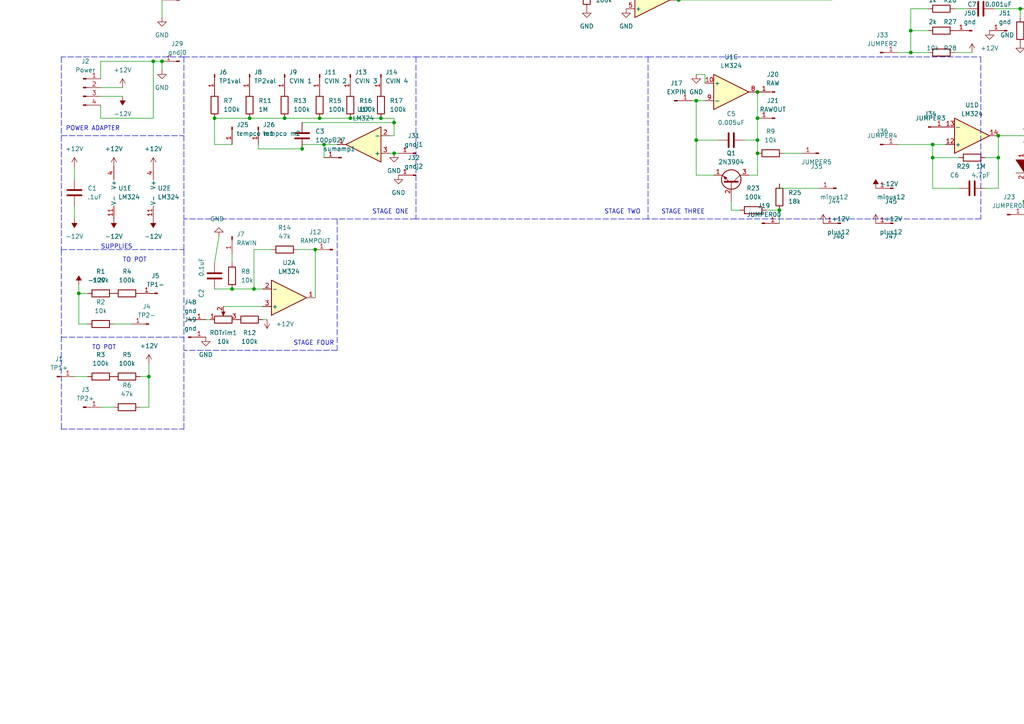
<source format=kicad_sch>
(kicad_sch (version 20211123) (generator eeschema)
  (paper "A4")
  (lib_symbols
    (symbol "Amplifier_Operational:LM324" (pin_names (offset 0.127))
      (property "Reference" "U" (at 0 5.08 0))
      (property "Value" "LM324" (at 0 -5.08 0))
      (symbol "LM324_1_1"
        (pin output line (at 7.62 0 180) (length 2.54) (name "~") (number "1"))
        (pin input line (at -7.62 -2.54 0) (length 2.54) (name "-") (number "2"))
        (pin input line (at -7.62 2.54 0) (length 2.54) (name "+") (number "3"))
      )
      (symbol "LM324_2_1"
        (pin input line (at -7.62 2.54 0) (length 2.54) (name "+") (number "5"))
        (pin input line (at -7.62 -2.54 0) (length 2.54) (name "-") (number "6"))
        (pin output line (at 7.62 0 180) (length 2.54) (name "~") (number "7"))
      )
      (symbol "LM324_3_1"
        (pin input line (at -7.62 2.54 0) (length 2.54) (name "+") (number "10"))
        (pin output line (at 7.62 0 180) (length 2.54) (name "~") (number "8"))
        (pin input line (at -7.62 -2.54 0) (length 2.54) (name "-") (number "9"))
      )
      (symbol "LM324_4_1"
        (pin input line (at -7.62 2.54 0) (length 2.54) (name "+") (number "12"))
        (pin input line (at -7.62 -2.54 0) (length 2.54) (name "-") (number "13"))
        (pin output line (at 7.62 0 180) (length 2.54) (name "~") (number "14"))
      )
      (symbol "LM324_5_1"
        (pin power_in line (at -2.54 -7.62 90) (length 3.81) (name "V-") (number "11"))
        (pin power_in line (at -2.54 7.62 270) (length 3.81) (name "V+") (number "4"))
      )
    )
    (symbol "Connector:Conn_01x01_Male" (pin_names (offset 1.016) hide)
      (property "Reference" "J" (at 0 2.54 0))
      (property "Value" "Conn_01x01_Male" (at 0 -2.54 0))
      (symbol "Conn_01x01_Male_1_1"
        (pin passive line (at 5.08 0 180) (length 3.81) (name "Pin_1") (number "1"))
      )
    )
    (symbol "Connector:Conn_01x04_Male" (pin_names (offset 1.016) hide)
      (property "Reference" "J" (at 0 5.08 0))
      (property "Value" "Conn_01x04_Male" (at 0 -7.62 0))
      (symbol "Conn_01x04_Male_1_1"
        (pin passive line (at 5.08 2.54 180) (length 3.81) (name "Pin_1") (number "1"))
        (pin passive line (at 5.08 0 180) (length 3.81) (name "Pin_2") (number "2"))
        (pin passive line (at 5.08 -2.54 180) (length 3.81) (name "Pin_3") (number "3"))
        (pin passive line (at 5.08 -5.08 180) (length 3.81) (name "Pin_4") (number "4"))
      )
    )
    (symbol "Device:C" (pin_numbers hide) (pin_names (offset 0.254))
      (property "Reference" "C" (at 0.635 2.54 0))
      (property "Value" "C" (at 0.635 -2.54 0))
      (symbol "C_1_1"
        (pin passive line (at 0 3.81 270) (length 2.794) (name "~") (number "1"))
        (pin passive line (at 0 -3.81 90) (length 2.794) (name "~") (number "2"))
      )
    )
    (symbol "Device:R" (pin_numbers hide) (pin_names (offset 0))
      (property "Reference" "R" (at 2.032 0 90))
      (property "Value" "R" (at 0 0 90))
      (symbol "R_1_1"
        (pin passive line (at 0 3.81 270) (length 1.27) (name "~") (number "1"))
        (pin passive line (at 0 -3.81 90) (length 1.27) (name "~") (number "2"))
      )
    )
    (symbol "Device:R_Potentiometer" (pin_names (offset 1.016) hide)
      (property "Reference" "RV" (at -4.445 0 90))
      (property "Value" "R_Potentiometer" (at -2.54 0 90))
      (symbol "R_Potentiometer_1_1"
        (pin passive line (at 0 3.81 270) (length 1.27) (name "1") (number "1"))
        (pin passive line (at 3.81 0 180) (length 1.27) (name "2") (number "2"))
        (pin passive line (at 0 -3.81 90) (length 1.27) (name "3") (number "3"))
      )
    )
    (symbol "Transistor_BJT:2N3904" (pin_names (offset 0) hide)
      (property "Reference" "Q" (at 5.08 1.905 0))
      (property "Value" "2N3904" (at 5.08 0 0))
      (symbol "2N3904_1_1"
        (pin passive line (at 2.54 -5.08 90) (length 2.54) (name "E") (number "1"))
        (pin passive line (at -5.08 0 0) (length 5.715) (name "B") (number "2"))
        (pin passive line (at 2.54 5.08 270) (length 2.54) (name "C") (number "3"))
      )
    )
    (symbol "power:+12V" (power) (pin_names (offset 0))
      (property "Value" "+12V" (at 0 3.556 0))
      (symbol "+12V_1_1"
        (pin power_in line (at 0 0 90) (length 0) hide (name "+12V") (number "1"))
      )
    )
    (symbol "power:-12V" (power) (pin_names (offset 0))
      (property "Value" "-12V" (at 0 3.81 0))
      (symbol "-12V_0_0"
        (pin power_in line (at 0 0 90) (length 0) hide (name "-12V") (number "1"))
      )
    )
    (symbol "power:GND" (power) (pin_names (offset 0))
      (property "Value" "GND" (at 0 -3.81 0))
      (symbol "GND_1_1"
        (pin power_in line (at 0 0 270) (length 0) hide (name "GND") (number "1"))
      )
    )
    (symbol "pspice:DIODE" (pin_names (offset 1.016) hide)
      (property "Reference" "D" (at 0 3.81 0))
      (property "Value" "DIODE" (at 0 -4.445 0))
      (symbol "DIODE_1_1"
        (pin input line (at -5.08 0 0) (length 3.81) (name "K") (number "1"))
        (pin input line (at 5.08 0 180) (length 3.81) (name "A") (number "2"))
      )
    )
  )
  (junction (at 289.56 45.72))
  (junction (at 114.3 35.56))
  (junction (at 184.15 -91.44))
  (junction (at 270.51 41.91))
  (junction (at 196.85 -7.62))
  (junction (at 46.99 17.78))
  (junction (at 184.15 -80.01))
  (junction (at 219.71 44.45))
  (junction (at 170.18 -5.08))
  (junction (at 219.71 26.67))
  (junction (at 297.18 58.42))
  (junction (at 92.71 34.29))
  (junction (at 110.49 34.29))
  (junction (at 44.45 17.78))
  (junction (at 67.31 83.82))
  (junction (at 73.66 83.82))
  (junction (at 114.3 44.45))
  (junction (at 43.18 109.22))
  (junction (at 270.51 45.72))
  (junction (at 62.23 34.29))
  (junction (at 219.71 40.64))
  (junction (at 204.47 -96.52))
  (junction (at 22.86 85.09))
  (junction (at 181.61 -5.08))
  (junction (at 93.98 41.91))
  (junction (at 181.61 -12.7))
  (junction (at 289.56 39.37))
  (junction (at 82.55 34.29))
  (junction (at 220.98 -74.93))
  (junction (at 101.6 34.29))
  (junction (at 219.71 34.29))
  (junction (at 226.06 60.96))
  (junction (at 295.91 2.54))
  (junction (at 172.72 -78.74))
  (junction (at 172.72 -88.9))
  (junction (at 264.16 15.24))
  (junction (at 72.39 34.29))
  (junction (at 201.93 29.21))
  (junction (at 199.39 -54.61))
  (junction (at 190.5 -96.52))
  (junction (at 264.16 8.89))
  (junction (at 176.53 -22.86))
  (junction (at 201.93 40.64))
  (junction (at 87.63 43.18))
  (junction (at 176.53 -25.4))
  (junction (at 91.44 72.39))
  (junction (at 196.85 0))
  (wire (pts (xy 22.86 85.09) (xy 25.4 85.09)))
  (wire (pts (xy 289.56 45.72) (xy 285.75 45.72)))
  (wire (pts (xy 260.35 15.24) (xy 264.16 15.24)))
  (wire (pts (xy 264.16 8.89) (xy 269.24 8.89)))
  (wire (pts (xy 44.45 17.78) (xy 46.99 17.78)))
  (wire (pts (xy 82.55 -39.37) (xy 91.44 -39.37)))
  (wire (pts (xy 297.18 53.34) (xy 297.18 58.42)))
  (wire (pts (xy 184.15 -91.44) (xy 208.28 -91.44)))
  (wire (pts (xy 60.96 92.71) (xy 59.69 92.71)))
  (wire (pts (xy 22.86 82.55) (xy 22.86 85.09)))
  (polyline (pts (xy 284.48 16.51) (xy 284.48 63.5)))
  (wire (pts (xy 260.35 41.91) (xy 270.51 41.91)))
  (wire (pts (xy 209.55 -64.77) (xy 215.9 -64.77)))
  (wire (pts (xy 270.51 54.61) (xy 270.51 45.72)))
  (wire (pts (xy 72.39 34.29) (xy 82.55 34.29)))
  (polyline (pts (xy 97.79 101.6) (xy 53.34 101.6)))
  (wire (pts (xy 93.98 41.91) (xy 93.98 45.72)))
  (wire (pts (xy 33.02 93.98) (xy 38.1 93.98)))
  (wire (pts (xy 220.98 -80.01) (xy 220.98 -74.93)))
  (wire (pts (xy 203.2 -19.05) (xy 203.2 -12.7)))
  (polyline (pts (xy 17.78 72.39) (xy 17.78 124.46)))
  (wire (pts (xy 270.51 41.91) (xy 274.32 41.91)))
  (wire (pts (xy 199.39 -54.61) (xy 184.15 -54.61)))
  (wire (pts (xy 101.6 34.29) (xy 110.49 34.29)))
  (wire (pts (xy 215.9 40.64) (xy 219.71 40.64)))
  (wire (pts (xy 43.18 109.22) (xy 43.18 118.11)))
  (wire (pts (xy 226.06 54.61) (xy 226.06 53.34)))
  (wire (pts (xy 93.98 41.91) (xy 97.79 41.91)))
  (wire (pts (xy 46.99 17.78) (xy 46.99 20.32)))
  (polyline (pts (xy 187.96 16.51) (xy 187.96 63.5)))
  (wire (pts (xy 317.5 57.15) (xy 317.5 58.42)))
  (wire (pts (xy 264.16 8.89) (xy 264.16 2.54)))
  (wire (pts (xy 289.56 39.37) (xy 297.18 39.37)))
  (wire (pts (xy 176.53 -22.86) (xy 209.55 -22.86)))
  (wire (pts (xy 201.93 29.21) (xy 201.93 40.64)))
  (polyline (pts (xy 53.34 124.46) (xy 53.34 72.39)))
  (wire (pts (xy 219.71 44.45) (xy 219.71 50.8)))
  (wire (pts (xy 241.3 0) (xy 241.3 -91.44)))
  (wire (pts (xy 29.21 17.78) (xy 44.45 17.78)))
  (wire (pts (xy 276.86 2.54) (xy 280.67 2.54)))
  (wire (pts (xy 63.5 68.58) (xy 62.23 76.2)))
  (wire (pts (xy 67.31 73.66) (xy 67.31 76.2)))
  (wire (pts (xy 224.79 -64.77) (xy 224.79 -58.42)))
  (wire (pts (xy 196.85 0) (xy 241.3 0)))
  (wire (pts (xy 276.86 15.24) (xy 281.94 15.24)))
  (polyline (pts (xy 17.78 124.46) (xy 53.34 124.46)))
  (wire (pts (xy 64.77 88.9) (xy 76.2 88.9)))
  (wire (pts (xy 184.15 -67.31) (xy 184.15 -80.01)))
  (wire (pts (xy 288.29 2.54) (xy 295.91 2.54)))
  (wire (pts (xy 209.55 -22.86) (xy 209.55 -64.77)))
  (wire (pts (xy 176.53 -77.47) (xy 201.93 -77.47)))
  (wire (pts (xy 78.74 72.39) (xy 73.66 72.39)))
  (wire (pts (xy 226.06 60.96) (xy 226.06 64.77)))
  (wire (pts (xy 295.91 2.54) (xy 295.91 5.08)))
  (wire (pts (xy 176.53 -22.86) (xy 176.53 -25.4)))
  (wire (pts (xy 46.99 5.08) (xy 46.99 0)))
  (wire (pts (xy 99.06 -39.37) (xy 104.14 -39.37)))
  (wire (pts (xy 219.71 40.64) (xy 219.71 44.45)))
  (wire (pts (xy 29.21 25.4) (xy 35.56 25.4)))
  (wire (pts (xy 29.21 22.86) (xy 29.21 17.78)))
  (polyline (pts (xy 17.78 72.39) (xy 53.34 72.39)))
  (wire (pts (xy 289.56 54.61) (xy 285.75 54.61)))
  (wire (pts (xy 207.01 -7.62) (xy 196.85 -7.62)))
  (wire (pts (xy 278.13 54.61) (xy 270.51 54.61)))
  (wire (pts (xy 264.16 2.54) (xy 269.24 2.54)))
  (wire (pts (xy 21.59 109.22) (xy 25.4 109.22)))
  (wire (pts (xy 87.63 41.91) (xy 93.98 41.91)))
  (wire (pts (xy 204.47 21.59) (xy 204.47 24.13)))
  (wire (pts (xy 264.16 15.24) (xy 269.24 15.24)))
  (wire (pts (xy 163.83 -88.9) (xy 172.72 -88.9)))
  (wire (pts (xy 297.18 58.42) (xy 302.26 58.42)))
  (wire (pts (xy 198.12 -96.52) (xy 204.47 -96.52)))
  (polyline (pts (xy 120.65 16.51) (xy 120.65 63.5)))
  (wire (pts (xy 115.57 44.45) (xy 114.3 44.45)))
  (wire (pts (xy 278.13 45.72) (xy 270.51 45.72)))
  (wire (pts (xy 69.85 -39.37) (xy 74.93 -39.37)))
  (wire (pts (xy 176.53 -13.97) (xy 176.53 -22.86)))
  (wire (pts (xy 29.21 118.11) (xy 33.02 118.11)))
  (wire (pts (xy 62.23 83.82) (xy 67.31 83.82)))
  (wire (pts (xy 241.3 -91.44) (xy 222.25 -91.44)))
  (wire (pts (xy 76.2 92.71) (xy 77.47 92.71)))
  (wire (pts (xy 114.3 44.45) (xy 113.03 44.45)))
  (wire (pts (xy 190.5 -92.71) (xy 190.5 -96.52)))
  (wire (pts (xy 62.23 34.29) (xy 62.23 41.91)))
  (wire (pts (xy 208.28 -91.44) (xy 208.28 -88.9)))
  (wire (pts (xy 184.15 -80.01) (xy 184.15 -91.44)))
  (polyline (pts (xy 53.34 72.39) (xy 53.34 63.5)))
  (wire (pts (xy 172.72 -78.74) (xy 208.28 -78.74)))
  (wire (pts (xy 222.25 -96.52) (xy 222.25 -91.44)))
  (wire (pts (xy 201.93 21.59) (xy 204.47 21.59)))
  (polyline (pts (xy 17.78 97.79) (xy 53.34 97.79)))
  (wire (pts (xy 177.8 -5.08) (xy 181.61 -5.08)))
  (wire (pts (xy 181.61 -13.97) (xy 181.61 -12.7)))
  (wire (pts (xy 172.72 -88.9) (xy 172.72 -78.74)))
  (wire (pts (xy 171.45 -25.4) (xy 176.53 -25.4)))
  (wire (pts (xy 317.5 58.42) (xy 309.88 58.42)))
  (wire (pts (xy 264.16 8.89) (xy 264.16 15.24)))
  (wire (pts (xy 215.9 -74.93) (xy 220.98 -74.93)))
  (polyline (pts (xy 53.34 16.51) (xy 120.65 16.51)))
  (wire (pts (xy 201.93 40.64) (xy 208.28 40.64)))
  (wire (pts (xy 215.9 -96.52) (xy 215.9 -88.9)))
  (wire (pts (xy 201.93 29.21) (xy 204.47 29.21)))
  (wire (pts (xy 40.64 109.22) (xy 43.18 109.22)))
  (wire (pts (xy 201.93 -77.47) (xy 201.93 -64.77)))
  (wire (pts (xy 184.15 -54.61) (xy 184.15 -52.07)))
  (wire (pts (xy 219.71 50.8) (xy 217.17 50.8)))
  (wire (pts (xy 29.21 34.29) (xy 29.21 30.48)))
  (wire (pts (xy 172.72 -78.74) (xy 172.72 -62.23)))
  (wire (pts (xy 74.93 43.18) (xy 74.93 41.91)))
  (wire (pts (xy 62.23 34.29) (xy 72.39 34.29)))
  (wire (pts (xy 114.3 35.56) (xy 114.3 39.37)))
  (wire (pts (xy 219.71 34.29) (xy 219.71 40.64)))
  (wire (pts (xy 172.72 -62.23) (xy 184.15 -62.23)))
  (wire (pts (xy 110.49 34.29) (xy 114.3 34.29)))
  (wire (pts (xy 92.71 34.29) (xy 101.6 34.29)))
  (wire (pts (xy 172.72 -96.52) (xy 172.72 -88.9)))
  (wire (pts (xy 289.56 39.37) (xy 289.56 45.72)))
  (wire (pts (xy 73.66 83.82) (xy 76.2 83.82)))
  (polyline (pts (xy 187.96 16.51) (xy 284.48 16.51)))
  (wire (pts (xy 226.06 60.96) (xy 222.25 60.96)))
  (wire (pts (xy 73.66 72.39) (xy 73.66 83.82)))
  (wire (pts (xy 219.71 26.67) (xy 219.71 34.29)))
  (polyline (pts (xy 17.78 16.51) (xy 17.78 39.37)))
  (polyline (pts (xy 97.79 63.5) (xy 97.79 101.6)))
  (wire (pts (xy 87.63 43.18) (xy 74.93 43.18)))
  (wire (pts (xy 237.49 54.61) (xy 226.06 54.61)))
  (wire (pts (xy 82.55 34.29) (xy 92.71 34.29)))
  (wire (pts (xy 180.34 -91.44) (xy 184.15 -91.44)))
  (wire (pts (xy 184.15 -57.15) (xy 179.07 -57.15)))
  (wire (pts (xy 91.44 72.39) (xy 91.44 86.36)))
  (wire (pts (xy 87.63 35.56) (xy 114.3 35.56)))
  (wire (pts (xy 22.86 85.09) (xy 22.86 93.98)))
  (polyline (pts (xy 284.48 63.5) (xy 187.96 63.5)))
  (wire (pts (xy 181.61 -12.7) (xy 181.61 -5.08)))
  (wire (pts (xy 297.18 58.42) (xy 297.18 62.23)))
  (wire (pts (xy 67.31 83.82) (xy 73.66 83.82)))
  (wire (pts (xy 203.2 -12.7) (xy 214.63 -12.7)))
  (wire (pts (xy 270.51 45.72) (xy 270.51 41.91)))
  (wire (pts (xy 184.15 -80.01) (xy 220.98 -80.01)))
  (wire (pts (xy 43.18 118.11) (xy 40.64 118.11)))
  (wire (pts (xy 62.23 41.91) (xy 67.31 41.91)))
  (wire (pts (xy 86.36 72.39) (xy 91.44 72.39)))
  (wire (pts (xy 22.86 93.98) (xy 25.4 93.98)))
  (wire (pts (xy 212.09 58.42) (xy 212.09 60.96)))
  (polyline (pts (xy 53.34 16.51) (xy 53.34 63.5)))
  (wire (pts (xy 44.45 34.29) (xy 29.21 34.29)))
  (wire (pts (xy 179.07 -19.05) (xy 203.2 -19.05)))
  (wire (pts (xy 289.56 45.72) (xy 289.56 54.61)))
  (wire (pts (xy 200.66 29.21) (xy 201.93 29.21)))
  (polyline (pts (xy 187.96 63.5) (xy 120.65 63.5)))
  (wire (pts (xy 176.53 -25.4) (xy 176.53 -77.47)))
  (wire (pts (xy 201.93 40.64) (xy 201.93 50.8)))
  (wire (pts (xy 43.18 105.41) (xy 43.18 109.22)))
  (polyline (pts (xy 120.65 16.51) (xy 187.96 16.51)))
  (wire (pts (xy 201.93 50.8) (xy 207.01 50.8)))
  (polyline (pts (xy 120.65 63.5) (xy 53.34 63.5)))
  (wire (pts (xy 194.31 -92.71) (xy 190.5 -92.71)))
  (wire (pts (xy 181.61 -12.7) (xy 196.85 -12.7)))
  (wire (pts (xy 21.59 48.26) (xy 21.59 52.07)))
  (wire (pts (xy 204.47 -96.52) (xy 215.9 -96.52)))
  (polyline (pts (xy 17.78 39.37) (xy 53.34 39.37)))
  (wire (pts (xy 201.93 -64.77) (xy 199.39 -64.77)))
  (wire (pts (xy 114.3 39.37) (xy 113.03 39.37)))
  (wire (pts (xy 208.28 -78.74) (xy 208.28 -69.85)))
  (wire (pts (xy 44.45 17.78) (xy 44.45 34.29)))
  (wire (pts (xy 21.59 59.69) (xy 21.59 63.5)))
  (wire (pts (xy 220.98 -74.93) (xy 224.79 -74.93)))
  (wire (pts (xy 196.85 -7.62) (xy 196.85 -12.7)))
  (wire (pts (xy 179.07 -57.15) (xy 179.07 -19.05)))
  (wire (pts (xy 181.61 -5.08) (xy 181.61 -2.54)))
  (polyline (pts (xy 53.34 16.51) (xy 17.78 16.51)))
  (wire (pts (xy 29.21 27.94) (xy 35.56 27.94)))
  (wire (pts (xy 212.09 60.96) (xy 214.63 60.96)))
  (wire (pts (xy 87.63 41.91) (xy 87.63 43.18)))
  (wire (pts (xy 227.33 44.45) (xy 232.41 44.45)))
  (wire (pts (xy 114.3 34.29) (xy 114.3 35.56)))
  (polyline (pts (xy 17.78 39.37) (xy 17.78 72.39)))
  (wire (pts (xy 214.63 -7.62) (xy 217.17 -7.62)))
  (text "SUPPLIES" (at 29.21 72.39 0) (effects (font (size 1.27 1.27)) (justify left bottom)))
  (text "TO POT" (at 35.56 76.2 0) (effects (font (size 1.27 1.27)) (justify left bottom)))
  (text "STAGE FOUR" (at 85.09 100.33 0) (effects (font (size 1.27 1.27)) (justify left bottom)))
  (text "POWER ADAPTER" (at 19.05 38.1 0) (effects (font (size 1.27 1.27)) (justify left bottom)))
  (text "TO POT" (at 26.67 101.6 0) (effects (font (size 1.27 1.27)) (justify left bottom)))
  (text "STAGE TWO" (at 175.26 62.23 0) (effects (font (size 1.27 1.27)) (justify left bottom)))
  (text "STAGE ONE" (at 107.95 62.23 0) (effects (font (size 1.27 1.27)) (justify left bottom)))
  (text "STAGE THREE" (at 191.77 62.23 0) (effects (font (size 1.27 1.27)) (justify left bottom)))
  (symbol (lib_id "Transistor_BJT:2N3904") (at 227.33 -69.85 180) (unit 1)
    (property "Reference" "Q3" (at 222.25 -71.1201 0) (effects (justify left)))
    (property "Value" "2N3904" (at 222.25 -68.5801 0) (effects (justify left)))
    (property "Footprint" "Package_TO_SOT_THT:TO-92L_Inline_Wide" (effects hide))
    (property "Datasheet" "https://www.onsemi.com/pub/Collateral/2N3903-D.PDF" (effects hide))
  )
  (symbol (lib_id "Device:R") (at 273.05 15.24 90) (unit 1)
    (property "Reference" "R28" (at 275.59 13.97 90))
    (property "Value" "10k" (at 270.51 13.97 90))
    (property "Footprint" "Resistor_THT:R_Axial_DIN0204_L3.6mm_D1.6mm_P5.08mm_Horizontal" (effects hide))
  )
  (symbol (lib_id "Connector:Conn_01x01_Male") (at 204.47 -101.6 270) (unit 1)
    (property "Reference" "J38" (at 205.74 -102.2351 90) (effects (justify left)))
    (property "Value" "jumper10" (at 205.74 -99.6951 90) (effects (justify left)))
    (property "Footprint" "Connector_PinHeader_2.54mm:PinHeader_1x01_P2.54mm_Vertical" (effects hide))
  )
  (symbol (lib_id "Device:R") (at 218.44 60.96 270) (unit 1)
    (property "Reference" "R23" (at 218.44 54.61 90))
    (property "Value" "100k" (at 218.44 57.15 90))
    (property "Footprint" "Resistor_SMD:R_1206_3216Metric_Pad1.30x1.75mm_HandSolder" (effects hide))
  )
  (symbol (lib_id "Amplifier_Operational:LM324") (at 46.99 55.88 0) (unit 5)
    (property "Reference" "U2" (at 45.72 54.6099 0) (effects (justify left)))
    (property "Value" "LM324" (at 45.72 57.1499 0) (effects (justify left)))
    (property "Footprint" "Package_DIP:DIP-14_W7.62mm" (effects hide))
    (property "Datasheet" "http://www.ti.com/lit/ds/symlink/lm2902-n.pdf" (effects hide))
  )
  (symbol (lib_id "power:GND") (at 215.9 -24.13 0) (unit 1)
    (property "Reference" "#PWR0119" (effects hide))
    (property "Value" "GND" (at 215.9 -19.05 0))
  )
  (symbol (lib_id "power:-12V") (at 33.02 63.5 180) (unit 1)
    (property "Reference" "#PWR0124" (effects hide))
    (property "Value" "-12V" (at 33.02 68.58 0))
  )
  (symbol (lib_id "power:GND") (at 199.39 -44.45 0) (unit 1)
    (property "Reference" "#PWR0114" (effects hide))
    (property "Value" "GND" (at 199.39 -39.37 0))
  )
  (symbol (lib_id "power:GND") (at 184.15 -41.91 0) (unit 1)
    (property "Reference" "#PWR0109" (effects hide))
    (property "Value" "GND" (at 184.15 -36.83 0))
  )
  (symbol (lib_id "power:GND") (at 199.39 -34.29 0) (unit 1)
    (property "Reference" "#PWR0108" (effects hide))
    (property "Value" "GND" (at 199.39 -29.21 0))
  )
  (symbol (lib_id "Device:R_Potentiometer") (at 95.25 -39.37 270) (unit 1)
    (property "Reference" "1v/Oct1" (at 95.25 -45.72 90))
    (property "Value" "100" (at 95.25 -43.18 90))
    (property "Footprint" "Potentiometer_THT:Potentiometer_ACP_CA6-H2,5_Horizontal" (effects hide))
  )
  (symbol (lib_id "power:+12V") (at 21.59 48.26 0) (unit 1)
    (property "Reference" "#PWR0129" (effects hide))
    (property "Value" "+12V" (at 21.59 43.18 0))
  )
  (symbol (lib_id "Amplifier_Operational:LM324") (at 83.82 86.36 0) (mirror x) (unit 1)
    (property "Reference" "U2" (at 83.82 76.2 0))
    (property "Value" "LM324" (at 83.82 78.74 0))
    (property "Footprint" "Package_DIP:DIP-14_W7.62mm" (effects hide))
    (property "Datasheet" "http://www.ti.com/lit/ds/symlink/lm2902-n.pdf" (effects hide))
  )
  (symbol (lib_id "power:GND") (at 170.18 2.54 0) (unit 1)
    (property "Reference" "#PWR0103" (effects hide))
    (property "Value" "GND" (at 170.18 7.62 0))
  )
  (symbol (lib_id "Connector:Conn_01x01_Male") (at 255.27 41.91 0) (unit 1)
    (property "Reference" "J36" (at 255.905 38.1 0))
    (property "Value" "JUMPER4" (at 255.905 39.37 0))
    (property "Footprint" "Connector_PinHeader_2.54mm:PinHeader_1x01_P2.54mm_Vertical" (effects hide))
  )
  (symbol (lib_id "Connector:Conn_01x01_Male") (at 165.1 -5.08 0) (unit 1)
    (property "Reference" "J16" (at 165.735 -10.16 0))
    (property "Value" "LIN Adj" (at 165.735 -7.62 0))
    (property "Footprint" "Connector_PinHeader_2.54mm:PinHeader_1x01_P2.54mm_Vertical" (effects hide))
  )
  (symbol (lib_id "Connector:Conn_01x01_Male") (at 195.58 29.21 0) (unit 1)
    (property "Reference" "J17" (at 196.215 24.13 0))
    (property "Value" "EXPIN" (at 196.215 26.67 0))
    (property "Footprint" "Connector_PinHeader_2.54mm:PinHeader_1x01_P2.54mm_Vertical" (effects hide))
  )
  (symbol (lib_id "Device:R") (at 170.18 -1.27 180) (unit 1)
    (property "Reference" "R18" (at 172.72 -2.5401 0) (effects (justify right)))
    (property "Value" "100k" (at 172.72 -0.0001 0) (effects (justify right)))
    (property "Footprint" "Resistor_SMD:R_1206_3216Metric_Pad1.30x1.75mm_HandSolder" (effects hide))
  )
  (symbol (lib_id "Amplifier_Operational:LM324") (at 191.77 -64.77 0) (unit 1)
    (property "Reference" "U3" (at 191.77 -73.66 0))
    (property "Value" "LM324" (at 191.77 -71.12 0))
    (property "Footprint" "Package_DIP:DIP-14_W7.62mm" (effects hide))
    (property "Datasheet" "http://www.ti.com/lit/ds/symlink/lm2902-n.pdf" (effects hide))
  )
  (symbol (lib_id "Device:R") (at 226.06 57.15 180) (unit 1)
    (property "Reference" "R25" (at 228.6 55.8799 0) (effects (justify right)))
    (property "Value" "18k" (at 228.6 58.4199 0) (effects (justify right)))
    (property "Footprint" "Resistor_SMD:R_1206_3216Metric_Pad1.30x1.75mm_HandSolder" (effects hide))
  )
  (symbol (lib_id "Amplifier_Operational:LM324") (at 189.23 0 0) (mirror x) (unit 2)
    (property "Reference" "U1" (at 189.23 -8.89 0))
    (property "Value" "LM324" (at 189.23 -6.35 0))
    (property "Footprint" "Package_DIP:DIP-14_W7.62mm" (effects hide))
    (property "Datasheet" "http://www.ti.com/lit/ds/symlink/lm2902-n.pdf" (effects hide))
  )
  (symbol (lib_id "power:GND") (at 215.9 -39.37 180) (unit 1)
    (property "Reference" "#PWR0107" (effects hide))
    (property "Value" "GND" (at 215.9 -44.45 0))
  )
  (symbol (lib_id "Device:R") (at 110.49 30.48 180) (unit 1)
    (property "Reference" "R17" (at 113.03 29.2099 0) (effects (justify right)))
    (property "Value" "100k" (at 113.03 31.7499 0) (effects (justify right)))
    (property "Footprint" "Resistor_SMD:R_1206_3216Metric_Pad1.30x1.75mm_HandSolder" (effects hide))
  )
  (symbol (lib_id "Device:R") (at 36.83 118.11 90) (unit 1)
    (property "Reference" "R6" (at 36.83 111.76 90))
    (property "Value" "47k" (at 36.83 114.3 90))
    (property "Footprint" "Resistor_THT:R_Axial_DIN0204_L3.6mm_D1.6mm_P5.08mm_Horizontal" (effects hide))
  )
  (symbol (lib_id "power:GND") (at 46.99 5.08 0) (unit 1)
    (property "Reference" "#PWR0138" (effects hide))
    (property "Value" "GND" (at 46.99 10.16 0))
  )
  (symbol (lib_id "Connector:Conn_01x01_Male") (at 163.83 -83.82 90) (unit 1)
    (property "Reference" "J15" (at 165.1 -85.7251 90) (effects (justify right)))
    (property "Value" "LININ" (at 165.1 -83.1851 90) (effects (justify right)))
    (property "Footprint" "Connector_PinHeader_2.54mm:PinHeader_1x01_P2.54mm_Vertical" (effects hide))
  )
  (symbol (lib_id "Amplifier_Operational:LM324") (at 105.41 41.91 180) (unit 1)
    (property "Reference" "U1" (at 105.41 31.75 0))
    (property "Value" "LM324" (at 105.41 34.29 0))
    (property "Footprint" "Package_DIP:DIP-14_W7.62mm" (effects hide))
    (property "Datasheet" "http://www.ti.com/lit/ds/symlink/lm2902-n.pdf" (effects hide))
  )
  (symbol (lib_id "Device:R") (at 273.05 2.54 90) (unit 1)
    (property "Reference" "R26" (at 275.59 0 90))
    (property "Value" "1k" (at 270.51 0 90))
    (property "Footprint" "Resistor_SMD:R_1206_3216Metric_Pad1.30x1.75mm_HandSolder" (effects hide))
  )
  (symbol (lib_id "Connector:Conn_01x01_Male") (at 302.26 39.37 180) (unit 1)
    (property "Reference" "J42" (at 301.625 34.29 0))
    (property "Value" "JUMPER14" (at 301.625 36.83 0))
    (property "Footprint" "Connector_PinHeader_2.54mm:PinHeader_1x01_P2.54mm_Vertical" (effects hide))
  )
  (symbol (lib_id "Connector:Conn_01x01_Male") (at 109.22 -39.37 180) (unit 1)
    (property "Reference" "J28" (at 108.585 -44.45 0))
    (property "Value" "sumamp2" (at 108.585 -41.91 0))
    (property "Footprint" "Connector_PinHeader_2.54mm:PinHeader_1x01_P2.54mm_Vertical" (effects hide))
  )
  (symbol (lib_id "Device:R_Potentiometer") (at 64.77 92.71 90) (unit 1)
    (property "Reference" "ROTrim1" (at 64.77 96.52 90))
    (property "Value" "10k" (at 64.77 99.06 90))
    (property "Footprint" "Potentiometer_THT:Potentiometer_ACP_CA6-H2,5_Horizontal" (effects hide))
  )
  (symbol (lib_id "Connector:Conn_01x01_Male") (at 302.26 43.18 180) (unit 1)
    (property "Reference" "J43" (at 301.625 38.1 0))
    (property "Value" "JUMPER15" (at 301.625 40.64 0))
    (property "Footprint" "Connector_PinHeader_2.54mm:PinHeader_1x01_P2.54mm_Vertical" (effects hide))
  )
  (symbol (lib_id "Connector:Conn_01x01_Male") (at 54.61 92.71 0) (unit 1)
    (property "Reference" "J48" (at 55.245 87.63 0))
    (property "Value" "gnd" (at 55.245 90.17 0))
    (property "Footprint" "Connector_PinHeader_2.54mm:PinHeader_1x01_P2.54mm_Vertical" (effects hide))
  )
  (symbol (lib_id "Connector:Conn_01x01_Male") (at 24.13 118.11 0) (unit 1)
    (property "Reference" "J3" (at 24.765 113.03 0))
    (property "Value" "TP2+" (at 24.765 115.57 0))
    (property "Footprint" "Connector_PinHeader_2.54mm:PinHeader_1x01_P2.54mm_Vertical" (effects hide))
  )
  (symbol (lib_id "Amplifier_Operational:LM324") (at 212.09 26.67 0) (unit 3)
    (property "Reference" "U1" (at 212.09 16.51 0))
    (property "Value" "LM324" (at 212.09 19.05 0))
    (property "Footprint" "Package_DIP:DIP-14_W7.62mm" (effects hide))
    (property "Datasheet" "http://www.ti.com/lit/ds/symlink/lm2902-n.pdf" (effects hide))
  )
  (symbol (lib_id "power:+12V") (at 238.76 64.77 0) (unit 1)
    (property "Reference" "#PWR0112" (effects hide))
    (property "Value" "+12V" (at 243.84 63.5 0))
  )
  (symbol (lib_id "Device:C") (at 196.85 -3.81 0) (unit 1)
    (property "Reference" "C4" (at 200.66 -5.0801 0) (effects (justify left)))
    (property "Value" "100pF" (at 200.66 -2.5401 0) (effects (justify left)))
    (property "Footprint" "Capacitor_THT:C_Disc_D3.0mm_W2.0mm_P2.50mm" (effects hide))
  )
  (symbol (lib_id "Connector:Conn_01x01_Male") (at 95.25 -30.48 90) (unit 1)
    (property "Reference" "J10" (at 96.52 -32.3851 90) (effects (justify right)))
    (property "Value" "LINOUT" (at 96.52 -29.8451 90) (effects (justify right)))
    (property "Footprint" "Connector_PinHeader_2.54mm:PinHeader_1x01_P2.54mm_Vertical" (effects hide))
  )
  (symbol (lib_id "Amplifier_Operational:LM324") (at 281.94 39.37 0) (mirror x) (unit 4)
    (property "Reference" "U1" (at 281.94 30.48 0))
    (property "Value" "LM324" (at 281.94 33.02 0))
    (property "Footprint" "Package_DIP:DIP-14_W7.62mm" (effects hide))
    (property "Datasheet" "http://www.ti.com/lit/ds/symlink/lm2902-n.pdf" (effects hide))
  )
  (symbol (lib_id "Connector:Conn_01x01_Male") (at 110.49 21.59 270) (unit 1)
    (property "Reference" "J14" (at 111.76 20.9549 90) (effects (justify left)))
    (property "Value" "CVIN 4" (at 111.76 23.4949 90) (effects (justify left)))
    (property "Footprint" "Connector_PinHeader_2.54mm:PinHeader_1x01_P2.54mm_Vertical" (effects hide))
  )
  (symbol (lib_id "Device:R") (at 101.6 30.48 180) (unit 1)
    (property "Reference" "R16" (at 104.14 29.2099 0) (effects (justify right)))
    (property "Value" "100k" (at 104.14 31.7499 0) (effects (justify right)))
    (property "Footprint" "Resistor_SMD:R_1206_3216Metric_Pad1.30x1.75mm_HandSolder" (effects hide))
  )
  (symbol (lib_id "Connector:Conn_01x01_Male") (at 67.31 68.58 270) (unit 1)
    (property "Reference" "J7" (at 68.58 67.9449 90) (effects (justify left)))
    (property "Value" "RAWIN" (at 68.58 70.4849 90) (effects (justify left)))
    (property "Footprint" "Connector_PinHeader_2.54mm:PinHeader_1x01_P2.54mm_Vertical" (effects hide))
  )
  (symbol (lib_id "Device:R") (at 29.21 93.98 90) (unit 1)
    (property "Reference" "R2" (at 29.21 87.63 90))
    (property "Value" "10k" (at 29.21 90.17 90))
    (property "Footprint" "Resistor_SMD:R_1206_3216Metric_Pad1.30x1.75mm_HandSolder" (effects hide))
  )
  (symbol (lib_id "power:-12V") (at 35.56 27.94 180) (unit 1)
    (property "Reference" "#PWR0128" (effects hide))
    (property "Value" "-12V" (at 35.56 33.02 0))
  )
  (symbol (lib_id "Device:R") (at 92.71 30.48 180) (unit 1)
    (property "Reference" "R15" (at 95.25 29.2099 0) (effects (justify right)))
    (property "Value" "100k" (at 95.25 31.7499 0) (effects (justify right)))
    (property "Footprint" "Resistor_SMD:R_1206_3216Metric_Pad1.30x1.75mm_HandSolder" (effects hide))
  )
  (symbol (lib_id "Connector:Conn_01x01_Male") (at 292.1 8.89 180) (unit 1)
    (property "Reference" "J51" (at 291.465 3.81 0))
    (property "Value" "gnd" (at 291.465 6.35 0))
    (property "Footprint" "Connector_PinHeader_2.54mm:PinHeader_1x01_P2.54mm_Vertical" (effects hide))
  )
  (symbol (lib_id "Device:R") (at 273.05 8.89 90) (unit 1)
    (property "Reference" "R27" (at 275.59 6.35 90))
    (property "Value" "2k" (at 270.51 6.35 90))
    (property "Footprint" "Resistor_SMD:R_1206_3216Metric_Pad1.30x1.75mm_HandSolder" (effects hide))
  )
  (symbol (lib_id "power:+12V") (at 254 64.77 0) (unit 1)
    (property "Reference" "#PWR0115" (effects hide))
    (property "Value" "+12V" (at 259.08 63.5 0))
  )
  (symbol (lib_id "power:GND") (at 114.3 44.45 0) (unit 1)
    (property "Reference" "#PWR0137" (effects hide))
    (property "Value" "GND" (at 114.3 49.53 0))
  )
  (symbol (lib_id "power:GND") (at 287.02 8.89 0) (unit 1)
    (property "Reference" "#PWR0104" (effects hide))
    (property "Value" "GND" (at 292.1 10.16 0))
  )
  (symbol (lib_id "Amplifier_Operational:LM324") (at 191.77 -54.61 0) (unit 2)
    (property "Reference" "U3" (at 191.77 -63.5 0))
    (property "Value" "LM324" (at 191.77 -60.96 0))
    (property "Footprint" "Package_DIP:DIP-14_W7.62mm" (effects hide))
    (property "Datasheet" "http://www.ti.com/lit/ds/symlink/lm2902-n.pdf" (effects hide))
  )
  (symbol (lib_id "Connector:Conn_01x01_Male") (at 74.93 36.83 270) (unit 1)
    (property "Reference" "J26" (at 76.2 36.1949 90) (effects (justify left)))
    (property "Value" "tempco m2" (at 76.2 38.7349 90) (effects (justify left)))
    (property "Footprint" "Connector_PinHeader_2.54mm:PinHeader_1x01_P2.54mm_Vertical" (effects hide))
  )
  (symbol (lib_id "Connector:Conn_01x01_Male") (at 72.39 21.59 270) (unit 1)
    (property "Reference" "J8" (at 73.66 20.9549 90) (effects (justify left)))
    (property "Value" "TP2val" (at 73.66 23.4949 90) (effects (justify left)))
    (property "Footprint" "Connector_PinHeader_2.54mm:PinHeader_1x01_P2.54mm_Vertical" (effects hide))
  )
  (symbol (lib_id "Amplifier_Operational:LM324") (at 191.77 -34.29 0) (unit 4)
    (property "Reference" "U3" (at 191.77 -43.18 0))
    (property "Value" "LM324" (at 191.77 -41.91 0))
    (property "Footprint" "Package_DIP:DIP-14_W7.62mm" (effects hide))
    (property "Datasheet" "http://www.ti.com/lit/ds/symlink/lm2902-n.pdf" (effects hide))
  )
  (symbol (lib_id "power:-12V") (at 254 54.61 0) (unit 1)
    (property "Reference" "#PWR0105" (effects hide))
    (property "Value" "-12V" (at 255.27 53.34 0) (effects (justify left)))
  )
  (symbol (lib_id "Connector:Conn_01x01_Male") (at 292.1 62.23 0) (unit 1)
    (property "Reference" "J23" (at 292.735 57.15 0))
    (property "Value" "JUMPER00" (at 292.735 59.69 0))
    (property "Footprint" "Connector_PinHeader_2.54mm:PinHeader_1x01_P2.54mm_Vertical" (effects hide))
  )
  (symbol (lib_id "Connector:Conn_01x01_Male") (at 259.08 64.77 180) (unit 1)
    (property "Reference" "J47" (at 258.445 68.58 0))
    (property "Value" "plus12" (at 258.445 67.31 0))
    (property "Footprint" "Connector_PinHeader_2.54mm:PinHeader_1x01_P2.54mm_Vertical" (effects hide))
  )
  (symbol (lib_id "Connector:Conn_01x01_Male") (at 82.55 21.59 270) (unit 1)
    (property "Reference" "J9" (at 83.82 20.9549 90) (effects (justify left)))
    (property "Value" "CVIN 1" (at 83.82 23.4949 90) (effects (justify left)))
    (property "Footprint" "Connector_PinHeader_2.54mm:PinHeader_1x01_P2.54mm_Vertical" (effects hide))
  )
  (symbol (lib_id "Device:C") (at 284.48 2.54 90) (unit 1)
    (property "Reference" "C7" (at 281.94 1.27 90))
    (property "Value" "0.001uF" (at 289.56 1.27 90))
    (property "Footprint" "Capacitor_SMD:C_1206_3216Metric_Pad1.33x1.80mm_HandSolder" (effects hide))
  )
  (symbol (lib_id "Device:R") (at 67.31 80.01 180) (unit 1)
    (property "Reference" "R8" (at 69.85 78.7399 0) (effects (justify right)))
    (property "Value" "10k" (at 69.85 81.2799 0) (effects (justify right)))
    (property "Footprint" "Resistor_SMD:R_1206_3216Metric_Pad1.30x1.75mm_HandSolder" (effects hide))
  )
  (symbol (lib_id "Device:C") (at 306.07 58.42 90) (unit 1)
    (property "Reference" "C8" (at 300.99 53.34 90))
    (property "Value" "100pF" (at 308.61 53.34 90))
    (property "Footprint" "Capacitor_THT:C_Disc_D3.0mm_W2.0mm_P2.50mm" (effects hide))
  )
  (symbol (lib_id "Device:R_Potentiometer") (at 194.31 -96.52 270) (unit 1)
    (property "Reference" "HFTrim1" (at 194.31 -102.87 90))
    (property "Value" "100k" (at 194.31 -100.33 90))
    (property "Footprint" "Potentiometer_THT:Potentiometer_ACP_CA6-H2,5_Horizontal" (effects hide))
  )
  (symbol (lib_id "Connector:Conn_01x01_Male") (at 54.61 97.79 0) (unit 1)
    (property "Reference" "J49" (at 55.245 92.71 0))
    (property "Value" "gnd" (at 55.245 95.25 0))
    (property "Footprint" "Connector_PinHeader_2.54mm:PinHeader_1x01_P2.54mm_Vertical" (effects hide))
  )
  (symbol (lib_id "Device:C") (at 21.59 55.88 0) (unit 1)
    (property "Reference" "C1" (at 25.4 54.6099 0) (effects (justify left)))
    (property "Value" ".1uF" (at 25.4 57.1499 0) (effects (justify left)))
    (property "Footprint" "Capacitor_THT:C_Disc_D3.0mm_W2.0mm_P2.50mm" (effects hide))
  )
  (symbol (lib_id "Device:R") (at 82.55 72.39 90) (unit 1)
    (property "Reference" "R14" (at 82.55 66.04 90))
    (property "Value" "47k" (at 82.55 68.58 90))
    (property "Footprint" "Resistor_THT:R_Axial_DIN0204_L3.6mm_D1.6mm_P5.08mm_Horizontal" (effects hide))
  )
  (symbol (lib_id "power:GND") (at 63.5 68.58 180) (unit 1)
    (property "Reference" "#PWR0133" (effects hide))
    (property "Value" "GND" (at 60.96 63.5 0) (effects (justify right)))
  )
  (symbol (lib_id "power:GND") (at 115.57 50.8 0) (unit 1)
    (property "Reference" "#PWR0134" (effects hide))
    (property "Value" "GND" (at 115.57 55.88 0))
  )
  (symbol (lib_id "Device:R") (at 186.69 -96.52 90) (unit 1)
    (property "Reference" "R20" (at 186.69 -102.87 90))
    (property "Value" "4.7k" (at 186.69 -100.33 90))
    (property "Footprint" "Resistor_SMD:R_1206_3216Metric_Pad1.30x1.75mm_HandSolder" (effects hide))
  )
  (symbol (lib_id "Connector:Conn_01x01_Male") (at 64.77 -39.37 0) (unit 1)
    (property "Reference" "J52" (at 65.405 -43.18 0))
    (property "Value" "gnd" (at 65.405 -40.64 0))
    (property "Footprint" "Connector_PinHeader_2.54mm:PinHeader_1x01_P2.54mm_Vertical" (effects hide))
  )
  (symbol (lib_id "power:+12V") (at 44.45 48.26 0) (unit 1)
    (property "Reference" "#PWR0123" (effects hide))
    (property "Value" "+12V" (at 44.45 43.18 0))
  )
  (symbol (lib_id "power:GND") (at 69.85 -29.21 0) (unit 1)
    (property "Reference" "#PWR0126" (effects hide))
    (property "Value" "GND" (at 69.85 -24.13 0))
  )
  (symbol (lib_id "Transistor_BJT:2N3904") (at 213.36 -69.85 0) (mirror x) (unit 1)
    (property "Reference" "Q2" (at 218.44 -71.1201 0) (effects (justify left)))
    (property "Value" "2N3904" (at 218.44 -68.5801 0) (effects (justify left)))
    (property "Footprint" "Package_TO_SOT_THT:TO-92L_Inline_Wide" (effects hide))
    (property "Datasheet" "https://www.onsemi.com/pub/Collateral/2N3903-D.PDF" (effects hide))
  )
  (symbol (lib_id "Connector:Conn_01x01_Male") (at 96.52 72.39 180) (unit 1)
    (property "Reference" "J12" (at 91.44 67.31 0))
    (property "Value" "RAMPOUT" (at 91.44 69.85 0))
    (property "Footprint" "Connector_PinHeader_2.54mm:PinHeader_1x01_P2.54mm_Vertical" (effects hide))
  )
  (symbol (lib_id "Connector:Conn_01x01_Male") (at 62.23 21.59 270) (unit 1)
    (property "Reference" "J6" (at 63.5 20.9549 90) (effects (justify left)))
    (property "Value" "TP1val" (at 63.5 23.4949 90) (effects (justify left)))
    (property "Footprint" "Connector_PinHeader_2.54mm:PinHeader_1x01_P2.54mm_Vertical" (effects hide))
  )
  (symbol (lib_id "Connector:Conn_01x01_Male") (at 204.47 -54.61 180) (unit 1)
    (property "Reference" "J37" (at 203.835 -59.69 0))
    (property "Value" "gnd" (at 203.835 -57.15 0))
    (property "Footprint" "Connector_PinHeader_2.54mm:PinHeader_1x01_P2.54mm_Vertical" (effects hide))
  )
  (symbol (lib_id "Connector:Conn_01x01_Male") (at 300.99 2.54 180) (unit 1)
    (property "Reference" "J24" (at 299.72 0 0))
    (property "Value" "SYNC" (at 304.8 0 0))
    (property "Footprint" "Connector_PinHeader_2.54mm:PinHeader_1x01_P2.54mm_Vertical" (effects hide))
  )
  (symbol (lib_id "Connector:Conn_01x01_Male") (at 43.18 93.98 180) (unit 1)
    (property "Reference" "J4" (at 42.545 88.9 0))
    (property "Value" "TP2-" (at 42.545 91.44 0))
    (property "Footprint" "Connector_PinHeader_2.54mm:PinHeader_1x01_P2.54mm_Vertical" (effects hide))
  )
  (symbol (lib_id "power:GND") (at 46.99 20.32 0) (unit 1)
    (property "Reference" "#PWR0127" (effects hide))
    (property "Value" "GND" (at 46.99 25.4 0))
  )
  (symbol (lib_id "pspice:DIODE") (at 177.8 -96.52 0) (unit 1)
    (property "Reference" "D1" (at 177.8 -104.14 0))
    (property "Value" "DIODE" (at 177.8 -101.6 0))
    (property "Footprint" "Diode_THT:D_DO-35_SOD27_P2.54mm_Vertical_AnodeUp" (effects hide))
  )
  (symbol (lib_id "Device:R") (at 173.99 -5.08 90) (unit 1)
    (property "Reference" "R19" (at 173.99 -11.43 90))
    (property "Value" "1M" (at 173.99 -8.89 90))
    (property "Footprint" "Resistor_THT:R_Axial_DIN0204_L3.6mm_D1.6mm_P5.08mm_Horizontal" (effects hide))
  )
  (symbol (lib_id "power:-12V") (at 44.45 63.5 180) (unit 1)
    (property "Reference" "#PWR0125" (effects hide))
    (property "Value" "-12V" (at 44.45 68.58 0))
  )
  (symbol (lib_id "Connector:Conn_01x01_Male") (at 222.25 -101.6 270) (unit 1)
    (property "Reference" "J39" (at 223.52 -102.2351 90) (effects (justify left)))
    (property "Value" "jumper11" (at 223.52 -99.6951 90) (effects (justify left)))
    (property "Footprint" "Connector_PinHeader_2.54mm:PinHeader_1x01_P2.54mm_Vertical" (effects hide))
  )
  (symbol (lib_id "power:+12V") (at 77.47 92.71 180) (unit 1)
    (property "Reference" "#PWR0131" (effects hide))
    (property "Value" "+12V" (at 80.01 93.9799 0) (effects (justify right)))
  )
  (symbol (lib_id "power:-12V") (at 21.59 63.5 180) (unit 1)
    (property "Reference" "#PWR0130" (effects hide))
    (property "Value" "-12V" (at 21.59 68.58 0))
  )
  (symbol (lib_id "Connector:Conn_01x01_Male") (at 99.06 45.72 180) (unit 1)
    (property "Reference" "J27" (at 98.425 40.64 0))
    (property "Value" "sumamp1" (at 98.425 43.18 0))
    (property "Footprint" "Connector_PinHeader_2.54mm:PinHeader_1x01_P2.54mm_Vertical" (effects hide))
  )
  (symbol (lib_id "Device:R") (at 36.83 109.22 90) (unit 1)
    (property "Reference" "R5" (at 36.83 102.87 90))
    (property "Value" "100k" (at 36.83 105.41 90))
    (property "Footprint" "Resistor_THT:R_Axial_DIN0204_L3.6mm_D1.6mm_P5.08mm_Horizontal" (effects hide))
  )
  (symbol (lib_id "Connector:Conn_01x01_Male") (at 224.79 34.29 180) (unit 1)
    (property "Reference" "J21" (at 224.155 29.21 0))
    (property "Value" "RAWOUT" (at 224.155 31.75 0))
    (property "Footprint" "Connector_PinHeader_2.54mm:PinHeader_1x01_P2.54mm_Vertical" (effects hide))
  )
  (symbol (lib_id "power:GND") (at 201.93 21.59 0) (unit 1)
    (property "Reference" "#PWR0106" (effects hide))
    (property "Value" "GND" (at 201.93 26.67 0))
  )
  (symbol (lib_id "power:+12V") (at 217.17 -7.62 0) (unit 1)
    (property "Reference" "#PWR0101" (effects hide))
    (property "Value" "+12V" (at 220.98 -8.89 0))
  )
  (symbol (lib_id "Device:R") (at 295.91 8.89 180) (unit 1)
    (property "Reference" "R30" (at 298.45 7.6199 0) (effects (justify right)))
    (property "Value" "100k" (at 298.45 10.1599 0) (effects (justify right)))
    (property "Footprint" "Resistor_SMD:R_1206_3216Metric_Pad1.30x1.75mm_HandSolder" (effects hide))
  )
  (symbol (lib_id "Connector:Conn_01x01_Male") (at 269.24 36.83 0) (unit 1)
    (property "Reference" "J34" (at 269.875 33.02 0))
    (property "Value" "JUMPER3" (at 269.875 34.29 0))
    (property "Footprint" "Connector_PinHeader_2.54mm:PinHeader_1x01_P2.54mm_Vertical" (effects hide))
  )
  (symbol (lib_id "Connector:Conn_01x01_Male") (at 67.31 36.83 270) (unit 1)
    (property "Reference" "J25" (at 68.58 36.1949 90) (effects (justify left)))
    (property "Value" "tempco m1" (at 68.58 38.7349 90) (effects (justify left)))
    (property "Footprint" "Connector_PinHeader_2.54mm:PinHeader_1x01_P2.54mm_Vertical" (effects hide))
  )
  (symbol (lib_id "Connector:Conn_01x01_Male") (at 181.61 -17.78 270) (unit 1)
    (property "Reference" "J41" (at 182.88 -18.4151 90) (effects (justify left)))
    (property "Value" "jumper12" (at 182.88 -15.8751 90) (effects (justify left)))
    (property "Footprint" "Connector_PinHeader_2.54mm:PinHeader_1x01_P2.54mm_Vertical" (effects hide))
  )
  (symbol (lib_id "Connector:Conn_01x01_Male") (at 92.71 21.59 270) (unit 1)
    (property "Reference" "J11" (at 93.98 20.9549 90) (effects (justify left)))
    (property "Value" "CVIN 2" (at 93.98 23.4949 90) (effects (justify left)))
    (property "Footprint" "Connector_PinHeader_2.54mm:PinHeader_1x01_P2.54mm_Vertical" (effects hide))
  )
  (symbol (lib_id "power:GND") (at 59.69 97.79 0) (unit 1)
    (property "Reference" "#PWR0132" (effects hide))
    (property "Value" "GND" (at 59.69 102.87 0))
  )
  (symbol (lib_id "pspice:DIODE") (at 297.18 48.26 270) (unit 1)
    (property "Reference" "D2" (at 300.99 46.9899 90) (effects (justify left)))
    (property "Value" "DIODE" (at 300.99 49.5299 90) (effects (justify left)))
    (property "Footprint" "Diode_THT:D_DO-35_SOD27_P2.54mm_Vertical_AnodeUp" (effects hide))
  )
  (symbol (lib_id "Device:C") (at 62.23 80.01 180) (unit 1)
    (property "Reference" "C2" (at 58.42 85.09 90))
    (property "Value" "0.1uF" (at 58.42 77.47 90))
    (property "Footprint" "Capacitor_THT:C_Disc_D3.0mm_W2.0mm_P2.50mm" (effects hide))
  )
  (symbol (lib_id "Device:R") (at 210.82 -7.62 270) (unit 1)
    (property "Reference" "R21" (at 212.09 -10.16 90))
    (property "Value" "1M" (at 210.82 -3.81 90))
    (property "Footprint" "Resistor_THT:R_Axial_DIN0204_L3.6mm_D1.6mm_P5.08mm_Horizontal" (effects hide))
  )
  (symbol (lib_id "Device:C") (at 281.94 54.61 90) (unit 1)
    (property "Reference" "C6" (at 276.86 50.8 90))
    (property "Value" "4.7pF" (at 284.48 50.8 90))
    (property "Footprint" "Capacitor_SMD:C_1206_3216Metric_Pad1.33x1.80mm_HandSolder" (effects hide))
  )
  (symbol (lib_id "Connector:Conn_01x01_Male") (at 281.94 8.89 180) (unit 1)
    (property "Reference" "J50" (at 281.305 3.81 0))
    (property "Value" "gnd" (at 281.305 6.35 0))
    (property "Footprint" "Connector_PinHeader_2.54mm:PinHeader_1x01_P2.54mm_Vertical" (effects hide))
  )
  (symbol (lib_id "Connector:Conn_01x01_Male") (at 259.08 54.61 180) (unit 1)
    (property "Reference" "J45" (at 258.445 58.42 0))
    (property "Value" "minus12" (at 258.445 57.15 0))
    (property "Footprint" "Connector_PinHeader_2.54mm:PinHeader_1x01_P2.54mm_Vertical" (effects hide))
  )
  (symbol (lib_id "Connector:Conn_01x01_Male") (at 255.27 15.24 0) (unit 1)
    (property "Reference" "J33" (at 255.905 10.16 0))
    (property "Value" "JUMPER2" (at 255.905 12.7 0))
    (property "Footprint" "Connector_PinHeader_2.54mm:PinHeader_1x01_P2.54mm_Vertical" (effects hide))
  )
  (symbol (lib_id "power:GND") (at 184.15 -36.83 0) (unit 1)
    (property "Reference" "#PWR0110" (effects hide))
    (property "Value" "GND" (at 184.15 -31.75 0))
  )
  (symbol (lib_id "Device:R") (at 281.94 45.72 270) (unit 1)
    (property "Reference" "R29" (at 279.4 48.26 90))
    (property "Value" "1M" (at 284.48 48.26 90))
    (property "Footprint" "Resistor_THT:R_Axial_DIN0204_L3.6mm_D1.6mm_P5.08mm_Horizontal" (effects hide))
  )
  (symbol (lib_id "Connector:Conn_01x01_Male") (at 64.77 -29.21 0) (unit 1)
    (property "Reference" "J53" (at 65.405 -33.02 0))
    (property "Value" "gnd" (at 65.405 -30.48 0))
    (property "Footprint" "Connector_PinHeader_2.54mm:PinHeader_1x01_P2.54mm_Vertical" (effects hide))
  )
  (symbol (lib_id "power:+12V") (at 33.02 48.26 0) (unit 1)
    (property "Reference" "#PWR0122" (effects hide))
    (property "Value" "+12V" (at 33.02 43.18 0))
  )
  (symbol (lib_id "Device:R") (at 29.21 109.22 90) (unit 1)
    (property "Reference" "R3" (at 29.21 102.87 90))
    (property "Value" "100k" (at 29.21 105.41 90))
    (property "Footprint" "Resistor_SMD:R_1206_3216Metric_Pad1.30x1.75mm_HandSolder" (effects hide))
  )
  (symbol (lib_id "power:GND") (at 184.15 -31.75 0) (unit 1)
    (property "Reference" "#PWR0111" (effects hide))
    (property "Value" "GND" (at 184.15 -26.67 0))
  )
  (symbol (lib_id "Device:R") (at 36.83 85.09 90) (unit 1)
    (property "Reference" "R4" (at 36.83 78.74 90))
    (property "Value" "100k" (at 36.83 81.28 90))
    (property "Footprint" "Resistor_SMD:R_1206_3216Metric_Pad1.30x1.75mm_HandSolder" (effects hide))
  )
  (symbol (lib_id "Device:C") (at 212.09 40.64 90) (unit 1)
    (property "Reference" "C5" (at 212.09 33.02 90))
    (property "Value" "0.005uF" (at 212.09 35.56 90))
    (property "Footprint" "Capacitor_SMD:C_1206_3216Metric_Pad1.33x1.80mm_HandSolder" (effects hide))
  )
  (symbol (lib_id "Device:R") (at 212.09 -88.9 90) (unit 1)
    (property "Reference" "R22" (at 212.09 -95.25 90))
    (property "Value" "10k" (at 212.09 -92.71 90))
    (property "Footprint" "Resistor_SMD:R_1206_3216Metric_Pad1.30x1.75mm_HandSolder" (effects hide))
  )
  (symbol (lib_id "power:GND") (at 295.91 12.7 0) (unit 1)
    (property "Reference" "#PWR0117" (effects hide))
    (property "Value" "GND" (at 300.99 13.97 0))
  )
  (symbol (lib_id "Connector:Conn_01x01_Male") (at 120.65 50.8 180) (unit 1)
    (property "Reference" "J32" (at 120.015 45.72 0))
    (property "Value" "gndj2" (at 120.015 48.26 0))
    (property "Footprint" "Connector_PinHeader_2.54mm:PinHeader_1x01_P2.54mm_Vertical" (effects hide))
  )
  (symbol (lib_id "Connector:Conn_01x01_Male") (at 229.87 -58.42 180) (unit 1)
    (property "Reference" "J22" (at 229.235 -63.5 0))
    (property "Value" "EXPOUT" (at 229.235 -60.96 0))
    (property "Footprint" "Connector_PinHeader_2.54mm:PinHeader_1x01_P2.54mm_Vertical" (effects hide))
  )
  (symbol (lib_id "Connector:Conn_01x01_Male") (at 52.07 17.78 180) (unit 1)
    (property "Reference" "J29" (at 51.435 12.7 0))
    (property "Value" "gndj0" (at 51.435 15.24 0))
    (property "Footprint" "Connector_PinHeader_2.54mm:PinHeader_1x01_P2.54mm_Vertical" (effects hide))
  )
  (symbol (lib_id "power:+12V") (at 35.56 25.4 0) (unit 1)
    (property "Reference" "#PWR0121" (effects hide))
    (property "Value" "+12V" (at 35.56 20.32 0))
  )
  (symbol (lib_id "Device:C") (at 87.63 39.37 0) (unit 1)
    (property "Reference" "C3" (at 91.44 38.0999 0) (effects (justify left)))
    (property "Value" "100pF" (at 91.44 40.6399 0) (effects (justify left)))
    (property "Footprint" "Capacitor_THT:C_Disc_D3.0mm_W2.0mm_P2.50mm" (effects hide))
  )
  (symbol (lib_id "Device:R") (at 29.21 85.09 90) (unit 1)
    (property "Reference" "R1" (at 29.21 78.74 90))
    (property "Value" "100k" (at 29.21 81.28 90))
    (property "Footprint" "Resistor_SMD:R_1206_3216Metric_Pad1.30x1.75mm_HandSolder" (effects hide))
  )
  (symbol (lib_id "Connector:Conn_01x01_Male") (at 52.07 0 180) (unit 1)
    (property "Reference" "J30" (at 51.435 -5.08 0))
    (property "Value" "gndj3" (at 51.435 -2.54 0))
    (property "Footprint" "Connector_PinHeader_2.54mm:PinHeader_1x01_P2.54mm_Vertical" (effects hide))
  )
  (symbol (lib_id "Connector:Conn_01x01_Male") (at 242.57 54.61 180) (unit 1)
    (property "Reference" "J44" (at 241.935 58.42 0))
    (property "Value" "minus12" (at 241.935 57.15 0))
    (property "Footprint" "Connector_PinHeader_2.54mm:PinHeader_1x01_P2.54mm_Vertical" (effects hide))
  )
  (symbol (lib_id "power:+12V") (at 43.18 105.41 0) (unit 1)
    (property "Reference" "#PWR0135" (effects hide))
    (property "Value" "+12V" (at 43.18 100.33 0))
  )
  (symbol (lib_id "power:+12V") (at 281.94 15.24 0) (unit 1)
    (property "Reference" "#PWR0118" (effects hide))
    (property "Value" "+12V" (at 287.02 13.97 0))
  )
  (symbol (lib_id "Amplifier_Operational:LM324") (at 35.56 55.88 0) (unit 5)
    (property "Reference" "U1" (at 34.29 54.6099 0) (effects (justify left)))
    (property "Value" "LM324" (at 34.29 57.1499 0) (effects (justify left)))
    (property "Footprint" "Package_DIP:DIP-14_W7.62mm" (effects hide))
    (property "Datasheet" "http://www.ti.com/lit/ds/symlink/lm2902-n.pdf" (effects hide))
  )
  (symbol (lib_id "Connector:Conn_01x01_Male") (at 120.65 44.45 180) (unit 1)
    (property "Reference" "J31" (at 120.015 39.37 0))
    (property "Value" "gndj1" (at 120.015 41.91 0))
    (property "Footprint" "Connector_PinHeader_2.54mm:PinHeader_1x01_P2.54mm_Vertical" (effects hide))
  )
  (symbol (lib_id "Connector:Conn_01x04_Male") (at 24.13 25.4 0) (unit 1)
    (property "Reference" "J2" (at 24.765 17.78 0))
    (property "Value" "Power" (at 24.765 20.32 0))
    (property "Footprint" "Connector_PinHeader_2.54mm:PinHeader_1x04_P2.54mm_Vertical" (effects hide))
  )
  (symbol (lib_id "power:GND") (at 317.5 57.15 180) (unit 1)
    (property "Reference" "#PWR0116" (effects hide))
    (property "Value" "GND" (at 312.42 55.88 0))
  )
  (symbol (lib_id "Connector:Conn_01x01_Male") (at 45.72 85.09 180) (unit 1)
    (property "Reference" "J5" (at 45.085 80.01 0))
    (property "Value" "TP1-" (at 45.085 82.55 0))
    (property "Footprint" "Connector_PinHeader_2.54mm:PinHeader_1x01_P2.54mm_Vertical" (effects hide))
  )
  (symbol (lib_id "power:GND") (at 184.15 -46.99 0) (unit 1)
    (property "Reference" "#PWR0113" (effects hide))
    (property "Value" "GND" (at 184.15 -41.91 0))
  )
  (symbol (lib_id "Device:R") (at 78.74 -39.37 270) (unit 1)
    (property "Reference" "R10" (at 78.74 -45.72 90))
    (property "Value" "475" (at 78.74 -43.18 90))
    (property "Footprint" "Resistor_SMD:R_1206_3216Metric_Pad1.30x1.75mm_HandSolder" (effects hide))
  )
  (symbol (lib_id "Connector:Conn_01x01_Male") (at 101.6 21.59 270) (unit 1)
    (property "Reference" "J13" (at 102.87 20.9549 90) (effects (justify left)))
    (property "Value" "CVIN 3" (at 102.87 23.4949 90) (effects (justify left)))
    (property "Footprint" "Connector_PinHeader_2.54mm:PinHeader_1x01_P2.54mm_Vertical" (effects hide))
  )
  (symbol (lib_id "power:GND") (at 232.41 -69.85 0) (unit 1)
    (property "Reference" "#PWR0120" (effects hide))
    (property "Value" "GND" (at 232.41 -64.77 0))
  )
  (symbol (lib_id "Transistor_BJT:2N3904") (at 212.09 53.34 270) (mirror x) (unit 1)
    (property "Reference" "Q1" (at 212.09 44.45 90))
    (property "Value" "2N3904" (at 212.09 46.99 90))
    (property "Footprint" "Package_TO_SOT_THT:TO-92L_Inline_Wide" (effects hide))
    (property "Datasheet" "https://www.onsemi.com/pub/Collateral/2N3903-D.PDF" (effects hide))
  )
  (symbol (lib_id "Device:R") (at 62.23 30.48 180) (unit 1)
    (property "Reference" "R7" (at 64.77 29.2099 0) (effects (justify right)))
    (property "Value" "100k" (at 64.77 31.7499 0) (effects (justify right)))
    (property "Footprint" "Resistor_SMD:R_1206_3216Metric_Pad1.30x1.75mm_HandSolder" (effects hide))
  )
  (symbol (lib_id "Connector:Conn_01x01_Male") (at 224.79 26.67 180) (unit 1)
    (property "Reference" "J20" (at 224.155 21.59 0))
    (property "Value" "RAW" (at 224.155 24.13 0))
    (property "Footprint" "Connector_PinHeader_2.54mm:PinHeader_1x01_P2.54mm_Vertical" (effects hide))
  )
  (symbol (lib_id "Connector:Conn_01x01_Male") (at 16.51 109.22 0) (unit 1)
    (property "Reference" "J1" (at 17.145 104.14 0))
    (property "Value" "TP1+" (at 17.145 106.68 0))
    (property "Footprint" "Connector_PinHeader_2.54mm:PinHeader_1x01_P2.54mm_Vertical" (effects hide))
  )
  (symbol (lib_id "Device:R") (at 72.39 30.48 180) (unit 1)
    (property "Reference" "R11" (at 74.93 29.2099 0) (effects (justify right)))
    (property "Value" "1M" (at 74.93 31.7499 0) (effects (justify right)))
    (property "Footprint" "Resistor_THT:R_Axial_DIN0204_L3.6mm_D1.6mm_P5.08mm_Horizontal" (effects hide))
  )
  (symbol (lib_id "Device:R") (at 223.52 44.45 90) (unit 1)
    (property "Reference" "R9" (at 223.52 38.1 90))
    (property "Value" "10k" (at 223.52 40.64 90))
    (property "Footprint" "Resistor_SMD:R_1206_3216Metric_Pad1.30x1.75mm_HandSolder" (effects hide))
  )
  (symbol (lib_id "power:-12V") (at 22.86 82.55 0) (unit 1)
    (property "Reference" "#PWR0136" (effects hide))
    (property "Value" "-12V" (at 25.4 81.2799 0) (effects (justify left)))
  )
  (symbol (lib_id "Connector:Conn_01x01_Male") (at 171.45 -30.48 270) (unit 1)
    (property "Reference" "J40" (at 172.72 -31.1151 90) (effects (justify left)))
    (property "Value" "jumper13" (at 172.72 -28.5751 90) (effects (justify left)))
    (property "Footprint" "Connector_PinHeader_2.54mm:PinHeader_1x01_P2.54mm_Vertical" (effects hide))
  )
  (symbol (lib_id "Amplifier_Operational:LM324") (at 213.36 -31.75 180) (unit 5)
    (property "Reference" "U3" (at 217.17 -33.0201 0) (effects (justify right)))
    (property "Value" "LM324" (at 217.17 -30.4801 0) (effects (justify right)))
    (property "Footprint" "Package_DIP:DIP-14_W7.62mm" (effects hide))
    (property "Datasheet" "http://www.ti.com/lit/ds/symlink/lm2902-n.pdf" (effects hide))
  )
  (symbol (lib_id "Connector:Conn_01x01_Male") (at 237.49 44.45 180) (unit 1)
    (property "Reference" "J35" (at 236.855 48.26 0))
    (property "Value" "JUMPER5" (at 236.855 46.99 0))
    (property "Footprint" "Connector_PinHeader_2.54mm:PinHeader_1x01_P2.54mm_Vertical" (effects hide))
  )
  (symbol (lib_id "Device:R") (at 72.39 92.71 90) (unit 1)
    (property "Reference" "R12" (at 72.39 96.52 90))
    (property "Value" "100k" (at 72.39 99.06 90))
    (property "Footprint" "Resistor_SMD:R_1206_3216Metric_Pad1.30x1.75mm_HandSolder" (effects hide))
  )
  (symbol (lib_id "Device:R") (at 82.55 30.48 180) (unit 1)
    (property "Reference" "R13" (at 85.09 29.2099 0) (effects (justify right)))
    (property "Value" "100k" (at 85.09 31.7499 0) (effects (justify right)))
    (property "Footprint" "Resistor_SMD:R_1206_3216Metric_Pad1.30x1.75mm_HandSolder" (effects hide))
  )
  (symbol (lib_id "power:GND") (at 181.61 2.54 0) (unit 1)
    (property "Reference" "#PWR0102" (effects hide))
    (property "Value" "GND" (at 181.61 7.62 0))
  )
  (symbol (lib_id "Connector:Conn_01x01_Male") (at 219.71 -12.7 180) (unit 1)
    (property "Reference" "J18" (at 220.98 -17.78 0))
    (property "Value" "EXPOUT" (at 220.98 -15.24 0))
    (property "Footprint" "Connector_PinHeader_2.54mm:PinHeader_1x01_P2.54mm_Vertical" (effects hide))
  )
  (symbol (lib_id "Connector:Conn_01x01_Male") (at 220.98 64.77 0) (unit 1)
    (property "Reference" "J19" (at 221.615 59.69 0))
    (property "Value" "JUMPER00" (at 221.615 62.23 0))
    (property "Footprint" "Connector_PinHeader_2.54mm:PinHeader_1x01_P2.54mm_Vertical" (effects hide))
  )
  (symbol (lib_id "Connector:Conn_01x01_Male") (at 243.84 64.77 180) (unit 1)
    (property "Reference" "J46" (at 243.205 68.58 0))
    (property "Value" "plus12" (at 243.205 67.31 0))
    (property "Footprint" "Connector_PinHeader_2.54mm:PinHeader_1x01_P2.54mm_Vertical" (effects hide))
  )
  (symbol (lib_id "Amplifier_Operational:LM324") (at 191.77 -44.45 0) (unit 3)
    (property "Reference" "U3" (at 191.77 -53.34 0))
    (property "Value" "LM324" (at 191.77 -50.8 0))
    (property "Footprint" "Package_DIP:DIP-14_W7.62mm" (effects hide))
    (property "Datasheet" "http://www.ti.com/lit/ds/symlink/lm2902-n.pdf" (effects hide))
  )
)
</source>
